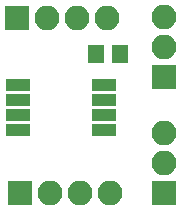
<source format=gts>
G04 #@! TF.FileFunction,Soldermask,Top*
%FSLAX46Y46*%
G04 Gerber Fmt 4.6, Leading zero omitted, Abs format (unit mm)*
G04 Created by KiCad (PCBNEW 4.0.7) date 2017 December 09, Saturday 06:19:51*
%MOMM*%
%LPD*%
G01*
G04 APERTURE LIST*
%ADD10C,0.100000*%
%ADD11R,2.100000X1.050000*%
%ADD12R,2.100000X2.100000*%
%ADD13O,2.100000X2.100000*%
%ADD14R,1.400000X1.650000*%
G04 APERTURE END LIST*
D10*
D11*
X134850000Y-99645000D03*
X134850000Y-100915000D03*
X134850000Y-102185000D03*
X134850000Y-103455000D03*
X142150000Y-103455000D03*
X142150000Y-102185000D03*
X142150000Y-100915000D03*
X142150000Y-99645000D03*
D12*
X135000000Y-108750000D03*
D13*
X137540000Y-108750000D03*
X140080000Y-108750000D03*
X142620000Y-108750000D03*
D12*
X134750000Y-94000000D03*
D13*
X137290000Y-94000000D03*
X139830000Y-94000000D03*
X142370000Y-94000000D03*
D12*
X147250000Y-108750000D03*
D13*
X147250000Y-106210000D03*
X147250000Y-103670000D03*
D12*
X147250000Y-99000000D03*
D13*
X147250000Y-96460000D03*
X147250000Y-93920000D03*
D14*
X143500000Y-97000000D03*
X141500000Y-97000000D03*
M02*

</source>
